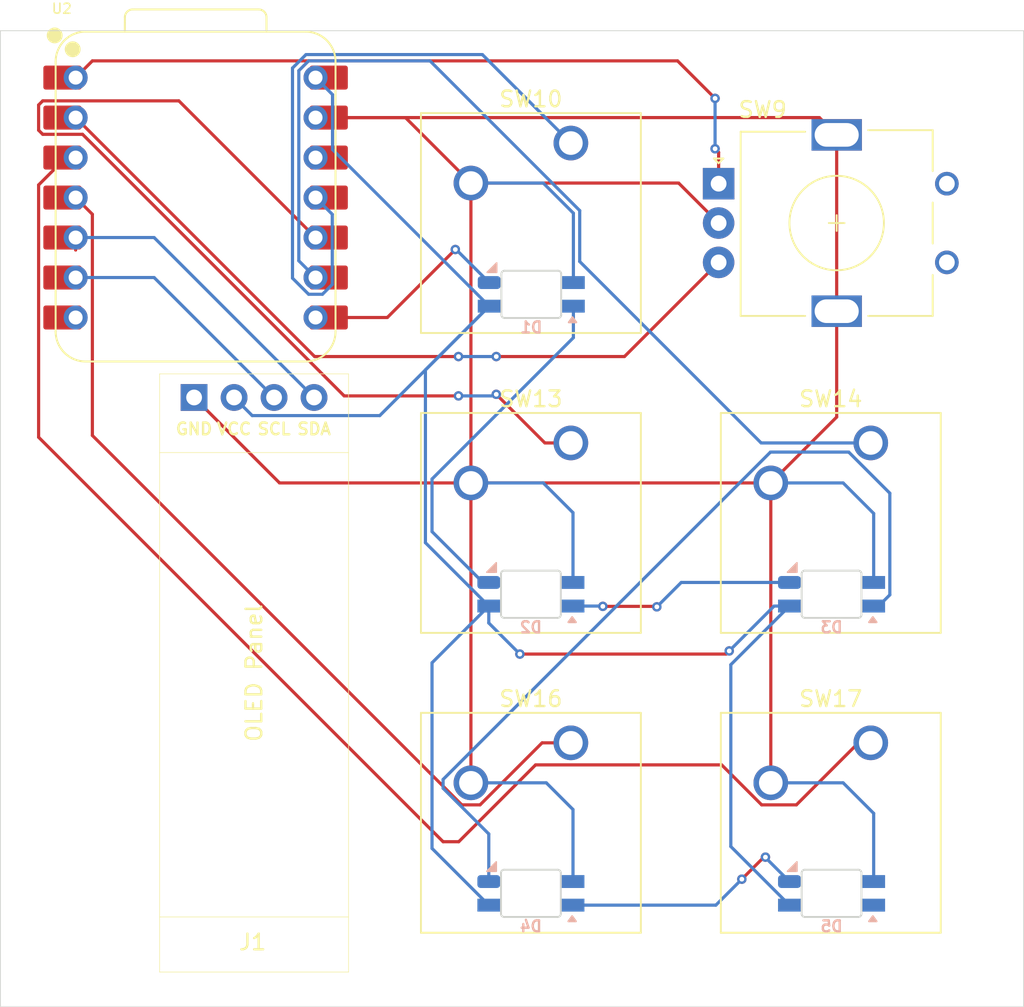
<source format=kicad_pcb>
(kicad_pcb (version 20241229) (generator "pcbnew") (generator_version "9.0")
  (layers (0 "F.Cu" signal) (2 "B.Cu" signal) (13 "F.Paste" user) (15 "B.Paste" user) (5 "F.SilkS" user "F.Silkscreen") (7 "B.SilkS" user "B.Silkscreen") (1 "F.Mask" user) (3 "B.Mask" user) (25 "Edge.Cuts" user))
  (net 0 "")
  (net 1 "SK6812MINI")
  (net 2 "+5V")
  (net 3 "Net-(D1-DOUT)")
  (net 4 "GND")
  (net 5 "Net-(D2-DOUT)")
  (net 6 "Net-(D3-DOUT)")
  (net 7 "Net-(D4-DOUT)")
  (net 8 "SCL")
  (net 9 "SDA")
  (net 10 "POT_ANALOG_1")
  (net 11 "POT_ANALOG_2")
  (net 12 "POT_BUTTON")
  (net 15 "Net-(U2-GPIO3{slash}MOSI)")
  (net 16 "Net-(U2-GPIO4{slash}MISO)")
  (net 17 "Net-(U2-GPIO2{slash}SCK)")
  (net 18 "Net-(U2-GPIO29{slash}ADC3{slash}A3)")
  (net 19 "Net-(U2-GPIO28{slash}ADC2{slash}A2)")
  (footprint "Button_Switch_Keyboard:SW_Cherry_MX_1.00u_PCB" (layer "F.Cu") (at 173.99 106.83875)
    (property "Reference" "SW17" (at -2.54 -2.794 0) (layer "F.SilkS"))
    (property "Value" "SW_Push_45deg")
    (fp_line (start -9.525 -1.905) (end 4.445 -1.905) (stroke (width 0.12)) (layer "F.SilkS"))
    (fp_line (start -9.525 12.065) (end -9.525 -1.905) (stroke (width 0.12)) (layer "F.SilkS"))
    (fp_line (start 4.445 -1.905) (end 4.445 12.065) (stroke (width 0.12)) (layer "F.SilkS"))
    (fp_line (start 4.445 12.065) (end -9.525 12.065) (stroke (width 0.12)) (layer "F.SilkS"))
    (pad "" np_thru_hole circle (at -7.62 5.08) (size 1.7 1.7) (drill 1.7) (layers "*.Cu" "*.Mask"))
    (pad "" np_thru_hole circle (at -2.54 5.08) (size 4 4) (drill 4) (layers "*.Cu" "*.Mask"))
    (pad "" np_thru_hole circle (at 2.54 5.08) (size 1.7 1.7) (drill 1.7) (layers "*.Cu" "*.Mask"))
    (pad "1" thru_hole circle (at 0 0) (size 2.2 2.2) (drill 1.5) (layers "*.Cu" "*.Mask") (net 19 "Net-(U2-GPIO28{slash}ADC2{slash}A2)"))
    (pad "2" thru_hole circle (at -6.35 2.54) (size 2.2 2.2) (drill 1.5) (layers "*.Cu" "*.Mask") (net 4 "GND"))
  )
  (footprint "OPL:XIAO-RP2040-DIP" (layer "F.Cu") (at 131.1 72.2)
    (property "Reference" "U2" (at -8.5 -12 0) (layer "F.SilkS") (effects (font (size 0.635 0.635) (thickness 0.1016))))
    (property "Value" "XIAO-RP2040-DIP")
    (fp_line (start -8.89 8.509) (end -8.89 -8.636) (stroke (width 0.127)) (layer "F.SilkS"))
    (fp_line (start -6.985 10.414) (end 6.985 10.414) (stroke (width 0.127)) (layer "F.SilkS"))
    (fp_line (start -4.495 -10.541) (end -4.491272 -11.451272) (stroke (width 0.127)) (layer "F.SilkS"))
    (fp_line (start -3.991272 -11.951) (end 4.004 -11.951) (stroke (width 0.127)) (layer "F.SilkS"))
    (fp_line (start 4.504 -11.451) (end 4.504 -10.541) (stroke (width 0.127)) (layer "F.SilkS"))
    (fp_line (start 6.985 -10.541) (end -6.985 -10.541) (stroke (width 0.1)) (layer "F.SilkS"))
    (fp_line (start 6.985 -10.541) (end -6.985 -10.541) (stroke (width 0.127)) (layer "F.SilkS"))
    (fp_line (start 8.89 8.509) (end 8.89 -8.636) (stroke (width 0.127)) (layer "F.SilkS"))
    (fp_arc (start -8.89 -8.636) (mid -8.332038 -9.983038) (end -6.985 -10.541) (stroke (width 0.127)) (layer "F.SilkS"))
    (fp_arc (start -6.985 10.414) (mid -8.332038 9.856038) (end -8.89 8.509) (stroke (width 0.127)) (layer "F.SilkS"))
    (fp_arc (start -4.491272 -11.451272) (mid -4.344728 -11.80464) (end -3.991272 -11.951) (stroke (width 0.127)) (layer "F.SilkS"))
    (fp_arc (start 4.004 -11.951) (mid 4.357553 -11.804553) (end 4.504 -11.451) (stroke (width 0.127)) (layer "F.SilkS"))
    (fp_arc (start 6.985 -10.541) (mid 8.332038 -9.983038) (end 8.89 -8.636) (stroke (width 0.127)) (layer "F.SilkS"))
    (fp_arc (start 8.89 8.509) (mid 8.332038 9.856038) (end 6.985 10.414) (stroke (width 0.127)) (layer "F.SilkS"))
    (fp_circle (center -8.95 -10.3) (end -8.95 -10.554) (stroke (width 0.5)) (fill yes) (layer "F.SilkS"))
    (fp_circle (center -7.807 -9.42) (end -7.807 -9.674) (stroke (width 0.5)) (fill yes) (layer "F.SilkS"))
    (pad "1" smd roundrect (at -8.455 -7.62 180) (size 2.432 1.524) (layers "F.Cu" "F.Mask") (roundrect_rratio 0.1) (net 10 "POT_ANALOG_1"))
    (pad "1" thru_hole circle (at -7.62 -7.62 180) (size 1.524 1.524) (drill 0.889) (layers "*.Cu" "*.Mask") (net 10 "POT_ANALOG_1"))
    (pad "2" smd roundrect (at -8.455 -5.08 180) (size 2.432 1.524) (layers "F.Cu" "F.Mask") (roundrect_rratio 0.1) (net 11 "POT_ANALOG_2"))
    (pad "2" thru_hole circle (at -7.62 -5.08 180) (size 1.524 1.524) (drill 0.889) (layers "*.Cu" "*.Mask") (net 11 "POT_ANALOG_2"))
    (pad "3" smd roundrect (at -8.455 -2.54 180) (size 2.432 1.524) (layers "F.Cu" "F.Mask") (roundrect_rratio 0.1) (net 19 "Net-(U2-GPIO28{slash}ADC2{slash}A2)"))
    (pad "3" thru_hole circle (at -7.62 -2.54 180) (size 1.524 1.524) (drill 0.889) (layers "*.Cu" "*.Mask") (net 19 "Net-(U2-GPIO28{slash}ADC2{slash}A2)"))
    (pad "4" smd roundrect (at -8.455 0 180) (size 2.432 1.524) (layers "F.Cu" "F.Mask") (roundrect_rratio 0.1) (net 18 "Net-(U2-GPIO29{slash}ADC3{slash}A3)"))
    (pad "4" thru_hole circle (at -7.62 0 180) (size 1.524 1.524) (drill 0.889) (layers "*.Cu" "*.Mask") (net 18 "Net-(U2-GPIO29{slash}ADC3{slash}A3)"))
    (pad "5" smd roundrect (at -8.455 2.54 180) (size 2.432 1.524) (layers "F.Cu" "F.Mask") (roundrect_rratio 0.1) (net 9 "SDA"))
    (pad "5" thru_hole circle (at -7.62 2.54 180) (size 1.524 1.524) (drill 0.889) (layers "*.Cu" "*.Mask") (net 9 "SDA"))
    (pad "6" smd roundrect (at -8.455 5.08 180) (size 2.432 1.524) (layers "F.Cu" "F.Mask") (roundrect_rratio 0.1) (net 8 "SCL"))
    (pad "6" thru_hole circle (at -7.62 5.08 180) (size 1.524 1.524) (drill 0.889) (layers "*.Cu" "*.Mask") (net 8 "SCL"))
    (pad "7" smd roundrect (at -8.455 7.62 180) (size 2.432 1.524) (layers "F.Cu" "F.Mask") (roundrect_rratio 0.1) (net 12 "POT_BUTTON"))
    (pad "7" thru_hole circle (at -7.62 7.62 180) (size 1.524 1.524) (drill 0.889) (layers "*.Cu" "*.Mask") (net 12 "POT_BUTTON"))
    (pad "8" thru_hole circle (at 7.62 7.62) (size 1.524 1.524) (drill 0.889) (layers "*.Cu" "*.Mask") (net 1 "SK6812MINI"))
    (pad "8" smd roundrect (at 8.455 7.62) (size 2.432 1.524) (layers "F.Cu" "F.Mask") (roundrect_rratio 0.1) (net 1 "SK6812MINI"))
    (pad "9" thru_hole circle (at 7.62 5.08) (size 1.524 1.524) (drill 0.889) (layers "*.Cu" "*.Mask") (net 17 "Net-(U2-GPIO2{slash}SCK)"))
    (pad "9" smd roundrect (at 8.455 5.08) (size 2.432 1.524) (layers "F.Cu" "F.Mask") (roundrect_rratio 0.1) (net 17 "Net-(U2-GPIO2{slash}SCK)"))
    (pad "10" thru_hole circle (at 7.62 2.54) (size 1.524 1.524) (drill 0.889) (layers "*.Cu" "*.Mask") (net 16 "Net-(U2-GPIO4{slash}MISO)"))
    (pad "10" smd roundrect (at 8.455 2.54) (size 2.432 1.524) (layers "F.Cu" "F.Mask") (roundrect_rratio 0.1) (net 16 "Net-(U2-GPIO4{slash}MISO)"))
    (pad "11" thru_hole circle (at 7.62 0) (size 1.524 1.524) (drill 0.889) (layers "*.Cu" "*.Mask") (net 15 "Net-(U2-GPIO3{slash}MOSI)"))
    (pad "11" smd roundrect (at 8.455 0) (size 2.432 1.524) (layers "F.Cu" "F.Mask") (roundrect_rratio 0.1) (net 15 "Net-(U2-GPIO3{slash}MOSI)"))
    (pad "12" thru_hole circle (at 7.62 -2.54) (size 1.524 1.524) (drill 0.889) (layers "*.Cu" "*.Mask"))
    (pad "12" smd roundrect (at 8.455 -2.54) (size 2.432 1.524) (layers "F.Cu" "F.Mask") (roundrect_rratio 0.1))
    (pad "13" thru_hole circle (at 7.62 -5.08) (size 1.524 1.524) (drill 0.889) (layers "*.Cu" "*.Mask") (net 4 "GND"))
    (pad "13" smd roundrect (at 8.455 -5.08) (size 2.432 1.524) (layers "F.Cu" "F.Mask") (roundrect_rratio 0.1) (net 4 "GND"))
    (pad "14" thru_hole circle (at 7.62 -7.62) (size 1.524 1.524) (drill 0.889) (layers "*.Cu" "*.Mask") (net 2 "+5V"))
    (pad "14" smd roundrect (at 8.455 -7.62) (size 2.432 1.524) (layers "F.Cu" "F.Mask") (roundrect_rratio 0.1) (net 2 "+5V"))
  )
  (footprint "Button_Switch_Keyboard:SW_Cherry_MX_1.00u_PCB" (layer "F.Cu") (at 154.94 106.83875)
    (property "Reference" "SW16" (at -2.54 -2.794 0) (layer "F.SilkS"))
    (property "Value" "SW_Push_45deg")
    (fp_line (start -9.525 -1.905) (end 4.445 -1.905) (stroke (width 0.12)) (layer "F.SilkS"))
    (fp_line (start -9.525 12.065) (end -9.525 -1.905) (stroke (width 0.12)) (layer "F.SilkS"))
    (fp_line (start 4.445 -1.905) (end 4.445 12.065) (stroke (width 0.12)) (layer "F.SilkS"))
    (fp_line (start 4.445 12.065) (end -9.525 12.065) (stroke (width 0.12)) (layer "F.SilkS"))
    (pad "" np_thru_hole circle (at -7.62 5.08) (size 1.7 1.7) (drill 1.7) (layers "*.Cu" "*.Mask"))
    (pad "" np_thru_hole circle (at -2.54 5.08) (size 4 4) (drill 4) (layers "*.Cu" "*.Mask"))
    (pad "" np_thru_hole circle (at 2.54 5.08) (size 1.7 1.7) (drill 1.7) (layers "*.Cu" "*.Mask"))
    (pad "1" thru_hole circle (at 0 0) (size 2.2 2.2) (drill 1.5) (layers "*.Cu" "*.Mask") (net 18 "Net-(U2-GPIO29{slash}ADC3{slash}A3)"))
    (pad "2" thru_hole circle (at -6.35 2.54) (size 2.2 2.2) (drill 1.5) (layers "*.Cu" "*.Mask") (net 4 "GND"))
  )
  (footprint "Rotary-Encoder:RotaryEncoder_Alps_EC11E_Vertical_H20mm" (layer "F.Cu") (at 164.325 71.31875)
    (property "Reference" "SW9" (at 2.8 -4.7 0) (layer "F.SilkS"))
    (property "Value" "RotaryEncoder_Switch_MP")
    (fp_line (start -0.3 -1.6) (end 0.3 -1.6) (stroke (width 0.12)) (layer "F.SilkS"))
    (fp_line (start 0 -1.3) (end -0.3 -1.6) (stroke (width 0.12)) (layer "F.SilkS"))
    (fp_line (start 0.3 -1.6) (end 0 -1.3) (stroke (width 0.12)) (layer "F.SilkS"))
    (fp_line (start 1.4 -3.3) (end 1.4 8.4) (stroke (width 0.12)) (layer "F.SilkS"))
    (fp_line (start 5.5 -3.3) (end 1.4 -3.3) (stroke (width 0.12)) (layer "F.SilkS"))
    (fp_line (start 5.5 8.4) (end 1.4 8.4) (stroke (width 0.12)) (layer "F.SilkS"))
    (fp_line (start 7 2.5) (end 8 2.5) (stroke (width 0.12)) (layer "F.SilkS"))
    (fp_line (start 7.5 2) (end 7.5 3) (stroke (width 0.12)) (layer "F.SilkS"))
    (fp_line (start 9.5 -3.4) (end 13.6 -3.4) (stroke (width 0.12)) (layer "F.SilkS"))
    (fp_line (start 13.6 -3.4) (end 13.6 -0.8) (stroke (width 0.12)) (layer "F.SilkS"))
    (fp_line (start 13.6 1.2) (end 13.6 3.8) (stroke (width 0.12)) (layer "F.SilkS"))
    (fp_line (start 13.6 5.8) (end 13.6 8.4) (stroke (width 0.12)) (layer "F.SilkS"))
    (fp_line (start 13.6 8.4) (end 9.5 8.4) (stroke (width 0.12)) (layer "F.SilkS"))
    (fp_circle (center 7.5 2.5) (end 10.5 2.5) (stroke (width 0.12)) (fill no) (layer "F.SilkS"))
    (pad "" thru_hole circle (at 14.5 0) (size 1.5 1.5) (drill 1) (layers "*.Cu" "*.Mask"))
    (pad "" thru_hole circle (at 14.5 5) (size 1.5 1.5) (drill 1) (layers "*.Cu" "*.Mask"))
    (pad "A" thru_hole rect (at 0 0) (size 2 2) (drill 1) (layers "*.Cu" "*.Mask") (net 10 "POT_ANALOG_1"))
    (pad "B" thru_hole circle (at 0 5) (size 2 2) (drill 1) (layers "*.Cu" "*.Mask") (net 11 "POT_ANALOG_2"))
    (pad "C" thru_hole circle (at 0 2.5) (size 2 2) (drill 1) (layers "*.Cu" "*.Mask") (net 4 "GND"))
    (pad "MP" thru_hole rect (at 7.5 -3.1) (size 3.2 2) (drill oval 2.8 1.5) (layers "*.Cu" "*.Mask") (net 4 "GND"))
    (pad "MP" thru_hole rect (at 7.5 8.1) (size 3.2 2) (drill oval 2.8 1.5) (layers "*.Cu" "*.Mask") (net 4 "GND"))
  )
  (footprint "Button_Switch_Keyboard:SW_Cherry_MX_1.00u_PCB" (layer "F.Cu") (at 154.94 87.78875)
    (property "Reference" "SW13" (at -2.54 -2.794 0) (layer "F.SilkS"))
    (property "Value" "SW_Push_45deg")
    (fp_line (start -9.525 -1.905) (end 4.445 -1.905) (stroke (width 0.12)) (layer "F.SilkS"))
    (fp_line (start -9.525 12.065) (end -9.525 -1.905) (stroke (width 0.12)) (layer "F.SilkS"))
    (fp_line (start 4.445 -1.905) (end 4.445 12.065) (stroke (width 0.12)) (layer "F.SilkS"))
    (fp_line (start 4.445 12.065) (end -9.525 12.065) (stroke (width 0.12)) (layer "F.SilkS"))
    (pad "" np_thru_hole circle (at -7.62 5.08) (size 1.7 1.7) (drill 1.7) (layers "*.Cu" "*.Mask"))
    (pad "" np_thru_hole circle (at -2.54 5.08) (size 4 4) (drill 4) (layers "*.Cu" "*.Mask"))
    (pad "" np_thru_hole circle (at 2.54 5.08) (size 1.7 1.7) (drill 1.7) (layers "*.Cu" "*.Mask"))
    (pad "1" thru_hole circle (at 0 0) (size 2.2 2.2) (drill 1.5) (layers "*.Cu" "*.Mask") (net 16 "Net-(U2-GPIO4{slash}MISO)"))
    (pad "2" thru_hole circle (at -6.35 2.54) (size 2.2 2.2) (drill 1.5) (layers "*.Cu" "*.Mask") (net 4 "GND"))
  )
  (footprint "Button_Switch_Keyboard:SW_Cherry_MX_1.00u_PCB" (layer "F.Cu") (at 154.94 68.73875)
    (property "Reference" "SW10" (at -2.54 -2.794 0) (layer "F.SilkS"))
    (property "Value" "SW_Push_45deg")
    (fp_line (start -9.525 -1.905) (end 4.445 -1.905) (stroke (width 0.12)) (layer "F.SilkS"))
    (fp_line (start -9.525 12.065) (end -9.525 -1.905) (stroke (width 0.12)) (layer "F.SilkS"))
    (fp_line (start 4.445 -1.905) (end 4.445 12.065) (stroke (width 0.12)) (layer "F.SilkS"))
    (fp_line (start 4.445 12.065) (end -9.525 12.065) (stroke (width 0.12)) (layer "F.SilkS"))
    (pad "" np_thru_hole circle (at -7.62 5.08) (size 1.7 1.7) (drill 1.7) (layers "*.Cu" "*.Mask"))
    (pad "" np_thru_hole circle (at -2.54 5.08) (size 4 4) (drill 4) (layers "*.Cu" "*.Mask"))
    (pad "" np_thru_hole circle (at 2.54 5.08) (size 1.7 1.7) (drill 1.7) (layers "*.Cu" "*.Mask"))
    (pad "1" thru_hole circle (at 0 0) (size 2.2 2.2) (drill 1.5) (layers "*.Cu" "*.Mask") (net 15 "Net-(U2-GPIO3{slash}MOSI)"))
    (pad "2" thru_hole circle (at -6.35 2.54) (size 2.2 2.2) (drill 1.5) (layers "*.Cu" "*.Mask") (net 4 "GND"))
  )
  (footprint "oled:SSD1306-0.91-OLED-4pin-128x32" (layer "F.Cu") (at 128.815 121.4 90)
    (property "Reference" "J1" (at 1.9 5.91 0) (layer "F.SilkS"))
    (property "Value" "OLED_128x32")
    (fp_line (start 38 0) (end 0 0) (stroke (width 0.04)) (layer "F.SilkS"))
    (fp_line (start 33 0) (end 33 12) (stroke (width 0.04)) (layer "F.SilkS"))
    (fp_line (start 3.5 0) (end 3.5 12) (stroke (width 0.04)) (layer "F.SilkS"))
    (fp_line (start 0 0) (end 0 12) (stroke (width 0.04)) (layer "F.SilkS"))
    (fp_line (start 38 12) (end 38 0) (stroke (width 0.04)) (layer "F.SilkS"))
    (fp_line (start 0 12) (end 38 12) (stroke (width 0.04)) (layer "F.SilkS"))
    (fp_text user "GND" (at 34.5 2.19 0) (layer "F.SilkS") (effects (font (size 0.75 0.75))))
    (fp_text user "VCC" (at 34.5 4.73 0) (layer "F.SilkS") (effects (font (size 0.75 0.75))))
    (fp_text user "SDA" (at 34.5 9.81 0) (layer "F.SilkS") (effects (font (size 0.75 0.75))))
    (fp_text user "OLED Panel" (at 19 6 90) (layer "F.SilkS"))
    (fp_text user "SCL" (at 34.5 7.27 0) (layer "F.SilkS") (effects (font (size 0.75 0.75))))
    (pad "1" thru_hole rect (at 36.5 2.19 90) (size 1.7 1.7) (drill 1) (layers "*.Cu" "*.Mask") (net 4 "GND"))
    (pad "2" thru_hole oval (at 36.5 4.73 90) (size 1.7 1.7) (drill 1) (layers "*.Cu" "*.Mask") (net 2 "+5V"))
    (pad "3" thru_hole oval (at 36.5 7.27 90) (size 1.7 1.7) (drill 1) (layers "*.Cu" "*.Mask") (net 8 "SCL"))
    (pad "4" thru_hole oval (at 36.5 9.81 90) (size 1.7 1.7) (drill 1) (layers "*.Cu" "*.Mask") (net 9 "SDA"))
  )
  (footprint "Button_Switch_Keyboard:SW_Cherry_MX_1.00u_PCB" (layer "F.Cu") (at 173.99 87.78875)
    (property "Reference" "SW14" (at -2.54 -2.794 0) (layer "F.SilkS"))
    (property "Value" "SW_Push_45deg")
    (fp_line (start -9.525 -1.905) (end 4.445 -1.905) (stroke (width 0.12)) (layer "F.SilkS"))
    (fp_line (start -9.525 12.065) (end -9.525 -1.905) (stroke (width 0.12)) (layer "F.SilkS"))
    (fp_line (start 4.445 -1.905) (end 4.445 12.065) (stroke (width 0.12)) (layer "F.SilkS"))
    (fp_line (start 4.445 12.065) (end -9.525 12.065) (stroke (width 0.12)) (layer "F.SilkS"))
    (pad "" np_thru_hole circle (at -7.62 5.08) (size 1.7 1.7) (drill 1.7) (layers "*.Cu" "*.Mask"))
    (pad "" np_thru_hole circle (at -2.54 5.08) (size 4 4) (drill 4) (layers "*.Cu" "*.Mask"))
    (pad "" np_thru_hole circle (at 2.54 5.08) (size 1.7 1.7) (drill 1.7) (layers "*.Cu" "*.Mask"))
    (pad "1" thru_hole circle (at 0 0) (size 2.2 2.2) (drill 1.5) (layers "*.Cu" "*.Mask") (net 17 "Net-(U2-GPIO2{slash}SCK)"))
    (pad "2" thru_hole circle (at -6.35 2.54) (size 2.2 2.2) (drill 1.5) (layers "*.Cu" "*.Mask") (net 4 "GND"))
  )
  (footprint "reverse_led:SK6812-MINI-E" (layer "B.Cu") (at 152.425 78.35 180)
    (property "Reference" "D1" (at 0 -2.1 0) (layer "B.SilkS") (effects (font (size 0.7 0.7)) (justify mirror)))
    (property "Value" "SK6812MINI" (hide yes))
    (fp_poly (pts (xy 2.8 1.4) (xy 2.2 1.4) (xy 2.2 2)) (stroke (width 0.1)) (fill yes) (layer "B.SilkS"))
    (fp_poly (pts (xy -2.62 -1.448) (xy -2.38 -1.778) (xy -2.86 -1.778) (xy -2.62 -1.448)) (stroke (width 0.12)) (fill yes) (layer "B.SilkS"))
    (fp_line (start 1.9 1.3) (end 1.9 -1.3) (stroke (width 0.12)) (layer "Edge.Cuts"))
    (fp_line (start 1.7 -1.5) (end -1.7 -1.5) (stroke (width 0.12)) (layer "Edge.Cuts"))
    (fp_line (start -1.7 1.5) (end 1.7 1.5) (stroke (width 0.12)) (layer "Edge.Cuts"))
    (fp_line (start -1.9 -1.3) (end -1.9 1.3) (stroke (width 0.12)) (layer "Edge.Cuts"))
    (fp_arc (start 1.9 1.3) (mid 1.841421 1.441421) (end 1.7 1.5) (stroke (width 0.12)) (layer "Edge.Cuts"))
    (fp_arc (start 1.7 -1.5) (mid 1.841421 -1.441421) (end 1.9 -1.3) (stroke (width 0.12)) (layer "Edge.Cuts"))
    (fp_arc (start -1.7 1.5) (mid -1.841421 1.441421) (end -1.9 1.3) (stroke (width 0.12)) (layer "Edge.Cuts"))
    (fp_arc (start -1.9 -1.3) (mid -1.841421 -1.441421) (end -1.7 -1.5) (stroke (width 0.12)) (layer "Edge.Cuts"))
    (pad "1" smd rect (at -2.675 -0.75 180) (size 1.45 0.82) (layers "B.Cu" "B.Mask" "B.Paste") (net 3 "Net-(D1-DOUT)"))
    (pad "2" smd rect (at -2.675 0.75 180) (size 1.45 0.82) (layers "B.Cu" "B.Mask" "B.Paste") (net 4 "GND"))
    (pad "3" smd roundrect (at 2.675 0.75 180) (size 1.45 0.82) (layers "B.Cu" "B.Mask" "B.Paste") (net 1 "SK6812MINI"))
    (pad "4" smd rect (at 2.675 -0.75 180) (size 1.45 0.82) (layers "B.Cu" "B.Mask" "B.Paste") (net 2 "+5V"))
  )
  (footprint "reverse_led:SK6812-MINI-E" (layer "B.Cu") (at 152.4 97.4 180)
    (property "Reference" "D2" (at 0 -2.1 0) (layer "B.SilkS") (effects (font (size 0.7 0.7)) (justify mirror)))
    (property "Value" "SK6812MINI" (hide yes))
    (fp_poly (pts (xy 2.8 1.4) (xy 2.2 1.4) (xy 2.2 2)) (stroke (width 0.1)) (fill yes) (layer "B.SilkS"))
    (fp_poly (pts (xy -2.62 -1.448) (xy -2.38 -1.778) (xy -2.86 -1.778) (xy -2.62 -1.448)) (stroke (width 0.12)) (fill yes) (layer "B.SilkS"))
    (fp_line (start 1.9 1.3) (end 1.9 -1.3) (stroke (width 0.12)) (layer "Edge.Cuts"))
    (fp_line (start 1.7 -1.5) (end -1.7 -1.5) (stroke (width 0.12)) (layer "Edge.Cuts"))
    (fp_line (start -1.7 1.5) (end 1.7 1.5) (stroke (width 0.12)) (layer "Edge.Cuts"))
    (fp_line (start -1.9 -1.3) (end -1.9 1.3) (stroke (width 0.12)) (layer "Edge.Cuts"))
    (fp_arc (start 1.9 1.3) (mid 1.841421 1.441421) (end 1.7 1.5) (stroke (width 0.12)) (layer "Edge.Cuts"))
    (fp_arc (start 1.7 -1.5) (mid 1.841421 -1.441421) (end 1.9 -1.3) (stroke (width 0.12)) (layer "Edge.Cuts"))
    (fp_arc (start -1.7 1.5) (mid -1.841421 1.441421) (end -1.9 1.3) (stroke (width 0.12)) (layer "Edge.Cuts"))
    (fp_arc (start -1.9 -1.3) (mid -1.841421 -1.441421) (end -1.7 -1.5) (stroke (width 0.12)) (layer "Edge.Cuts"))
    (pad "1" smd rect (at -2.675 -0.75 180) (size 1.45 0.82) (layers "B.Cu" "B.Mask" "B.Paste") (net 5 "Net-(D2-DOUT)"))
    (pad "2" smd rect (at -2.675 0.75 180) (size 1.45 0.82) (layers "B.Cu" "B.Mask" "B.Paste") (net 4 "GND"))
    (pad "3" smd roundrect (at 2.675 0.75 180) (size 1.45 0.82) (layers "B.Cu" "B.Mask" "B.Paste") (net 3 "Net-(D1-DOUT)"))
    (pad "4" smd rect (at 2.675 -0.75 180) (size 1.45 0.82) (layers "B.Cu" "B.Mask" "B.Paste") (net 2 "+5V"))
  )
  (footprint "reverse_led:SK6812-MINI-E" (layer "B.Cu") (at 171.5 116.4 180)
    (property "Reference" "D5" (at 0 -2.1 0) (layer "B.SilkS") (effects (font (size 0.7 0.7)) (justify mirror)))
    (property "Value" "SK6812MINI" (hide yes))
    (fp_poly (pts (xy 2.8 1.4) (xy 2.2 1.4) (xy 2.2 2)) (stroke (width 0.1)) (fill yes) (layer "B.SilkS"))
    (fp_poly (pts (xy -2.62 -1.448) (xy -2.38 -1.778) (xy -2.86 -1.778) (xy -2.62 -1.448)) (stroke (width 0.12)) (fill yes) (layer "B.SilkS"))
    (fp_line (start 1.9 1.3) (end 1.9 -1.3) (stroke (width 0.12)) (layer "Edge.Cuts"))
    (fp_line (start 1.7 -1.5) (end -1.7 -1.5) (stroke (width 0.12)) (layer "Edge.Cuts"))
    (fp_line (start -1.7 1.5) (end 1.7 1.5) (stroke (width 0.12)) (layer "Edge.Cuts"))
    (fp_line (start -1.9 -1.3) (end -1.9 1.3) (stroke (width 0.12)) (layer "Edge.Cuts"))
    (fp_arc (start 1.9 1.3) (mid 1.841421 1.441421) (end 1.7 1.5) (stroke (width 0.12)) (layer "Edge.Cuts"))
    (fp_arc (start 1.7 -1.5) (mid 1.841421 -1.441421) (end 1.9 -1.3) (stroke (width 0.12)) (layer "Edge.Cuts"))
    (fp_arc (start -1.7 1.5) (mid -1.841421 1.441421) (end -1.9 1.3) (stroke (width 0.12)) (layer "Edge.Cuts"))
    (fp_arc (start -1.9 -1.3) (mid -1.841421 -1.441421) (end -1.7 -1.5) (stroke (width 0.12)) (layer "Edge.Cuts"))
    (pad "1" smd rect (at -2.675 -0.75 180) (size 1.45 0.82) (layers "B.Cu" "B.Mask" "B.Paste"))
    (pad "2" smd rect (at -2.675 0.75 180) (size 1.45 0.82) (layers "B.Cu" "B.Mask" "B.Paste") (net 4 "GND"))
    (pad "3" smd roundrect (at 2.675 0.75 180) (size 1.45 0.82) (layers "B.Cu" "B.Mask" "B.Paste") (net 7 "Net-(D4-DOUT)"))
    (pad "4" smd rect (at 2.675 -0.75 180) (size 1.45 0.82) (layers "B.Cu" "B.Mask" "B.Paste") (net 2 "+5V"))
  )
  (footprint "reverse_led:SK6812-MINI-E" (layer "B.Cu") (at 152.4 116.4 180)
    (property "Reference" "D4" (at 0 -2.1 0) (layer "B.SilkS") (effects (font (size 0.7 0.7)) (justify mirror)))
    (property "Value" "SK6812MINI" (hide yes))
    (fp_poly (pts (xy 2.8 1.4) (xy 2.2 1.4) (xy 2.2 2)) (stroke (width 0.1)) (fill yes) (layer "B.SilkS"))
    (fp_poly (pts (xy -2.62 -1.448) (xy -2.38 -1.778) (xy -2.86 -1.778) (xy -2.62 -1.448)) (stroke (width 0.12)) (fill yes) (layer "B.SilkS"))
    (fp_line (start 1.9 1.3) (end 1.9 -1.3) (stroke (width 0.12)) (layer "Edge.Cuts"))
    (fp_line (start 1.7 -1.5) (end -1.7 -1.5) (stroke (width 0.12)) (layer "Edge.Cuts"))
    (fp_line (start -1.7 1.5) (end 1.7 1.5) (stroke (width 0.12)) (layer "Edge.Cuts"))
    (fp_line (start -1.9 -1.3) (end -1.9 1.3) (stroke (width 0.12)) (layer "Edge.Cuts"))
    (fp_arc (start 1.9 1.3) (mid 1.841421 1.441421) (end 1.7 1.5) (stroke (width 0.12)) (layer "Edge.Cuts"))
    (fp_arc (start 1.7 -1.5) (mid 1.841421 -1.441421) (end 1.9 -1.3) (stroke (width 0.12)) (layer "Edge.Cuts"))
    (fp_arc (start -1.7 1.5) (mid -1.841421 1.441421) (end -1.9 1.3) (stroke (width 0.12)) (layer "Edge.Cuts"))
    (fp_arc (start -1.9 -1.3) (mid -1.841421 -1.441421) (end -1.7 -1.5) (stroke (width 0.12)) (layer "Edge.Cuts"))
    (pad "1" smd rect (at -2.675 -0.75 180) (size 1.45 0.82) (layers "B.Cu" "B.Mask" "B.Paste") (net 7 "Net-(D4-DOUT)"))
    (pad "2" smd rect (at -2.675 0.75 180) (size 1.45 0.82) (layers "B.Cu" "B.Mask" "B.Paste") (net 4 "GND"))
    (pad "3" smd roundrect (at 2.675 0.75 180) (size 1.45 0.82) (layers "B.Cu" "B.Mask" "B.Paste") (net 6 "Net-(D3-DOUT)"))
    (pad "4" smd rect (at 2.675 -0.75 180) (size 1.45 0.82) (layers "B.Cu" "B.Mask" "B.Paste") (net 2 "+5V"))
  )
  (footprint "reverse_led:SK6812-MINI-E" (layer "B.Cu") (at 171.5 97.4 180)
    (property "Reference" "D3" (at 0 -2.1 0) (layer "B.SilkS") (effects (font (size 0.7 0.7)) (justify mirror)))
    (property "Value" "SK6812MINI" (hide yes))
    (fp_poly (pts (xy 2.8 1.4) (xy 2.2 1.4) (xy 2.2 2)) (stroke (width 0.1)) (fill yes) (layer "B.SilkS"))
    (fp_poly (pts (xy -2.62 -1.448) (xy -2.38 -1.778) (xy -2.86 -1.778) (xy -2.62 -1.448)) (stroke (width 0.12)) (fill yes) (layer "B.SilkS"))
    (fp_line (start 1.9 1.3) (end 1.9 -1.3) (stroke (width 0.12)) (layer "Edge.Cuts"))
    (fp_line (start 1.7 -1.5) (end -1.7 -1.5) (stroke (width 0.12)) (layer "Edge.Cuts"))
    (fp_line (start -1.7 1.5) (end 1.7 1.5) (stroke (width 0.12)) (layer "Edge.Cuts"))
    (fp_line (start -1.9 -1.3) (end -1.9 1.3) (stroke (width 0.12)) (layer "Edge.Cuts"))
    (fp_arc (start 1.9 1.3) (mid 1.841421 1.441421) (end 1.7 1.5) (stroke (width 0.12)) (layer "Edge.Cuts"))
    (fp_arc (start 1.7 -1.5) (mid 1.841421 -1.441421) (end 1.9 -1.3) (stroke (width 0.12)) (layer "Edge.Cuts"))
    (fp_arc (start -1.7 1.5) (mid -1.841421 1.441421) (end -1.9 1.3) (stroke (width 0.12)) (layer "Edge.Cuts"))
    (fp_arc (start -1.9 -1.3) (mid -1.841421 -1.441421) (end -1.7 -1.5) (stroke (width 0.12)) (layer "Edge.Cuts"))
    (pad "1" smd rect (at -2.675 -0.75 180) (size 1.45 0.82) (layers "B.Cu" "B.Mask" "B.Paste") (net 6 "Net-(D3-DOUT)"))
    (pad "2" smd rect (at -2.675 0.75 180) (size 1.45 0.82) (layers "B.Cu" "B.Mask" "B.Paste") (net 4 "GND"))
    (pad "3" smd roundrect (at 2.675 0.75 180) (size 1.45 0.82) (layers "B.Cu" "B.Mask" "B.Paste") (net 5 "Net-(D2-DOUT)"))
    (pad "4" smd rect (at 2.675 -0.75 180) (size 1.45 0.82) (layers "B.Cu" "B.Mask" "B.Paste") (net 2 "+5V"))
  )
  (gr_rect (start 118.7 61.6) (end 183.7 123.6) (stroke (width 0.05)) (fill no) (layer "Edge.Cuts"))
  (segment (start 143.28 79.82) (end 139.555 79.82) (width 0.2) (layer "F.Cu") (net 1))
  (segment (start 147.6 75.5) (end 143.28 79.82) (width 0.2) (layer "F.Cu") (net 1))
  (via (at 147.6 75.5) (size 0.6) (drill 0.3) (layers "F.Cu" "B.Cu") (net 1))
  (segment (start 149.75 77.6) (end 147.65 75.5) (width 0.2) (layer "B.Cu") (net 1))
  (segment (start 147.65 75.5) (end 147.6 75.5) (width 0.2) (layer "B.Cu") (net 1))
  (segment (start 164.8 101.2) (end 165 101) (width 0.2) (layer "F.Cu") (net 2))
  (segment (start 151.7 101.2) (end 164.8 101.2) (width 0.2) (layer "F.Cu") (net 2))
  (via (at 151.7 101.2) (size 0.6) (drill 0.3) (layers "F.Cu" "B.Cu") (net 2))
  (via (at 165 101) (size 0.6) (drill 0.3) (layers "F.Cu" "B.Cu") (net 2))
  (segment (start 167.85 98.15) (end 168.825 98.15) (width 0.2) (layer "B.Cu") (net 2))
  (segment (start 146.119 113.544) (end 149.725 117.15) (width 0.2) (layer "B.Cu") (net 2))
  (segment (start 142.799 86.051) (end 149.75 79.1) (width 0.2) (layer "B.Cu") (net 2))
  (segment (start 165.1 113.425) (end 168.825 117.15) (width 0.2) (layer "B.Cu") (net 2))
  (segment (start 139.79763 65.65763) (end 139.79763 69.14763) (width 0.2) (layer "B.Cu") (net 2))
  (segment (start 165 101) (end 167.85 98.15) (width 0.2) (layer "B.Cu") (net 2))
  (segment (start 149.725 99.225) (end 151.7 101.2) (width 0.2) (layer "B.Cu") (net 2))
  (segment (start 134.696 86.051) (end 142.799 86.051) (width 0.2) (layer "B.Cu") (net 2))
  (segment (start 149.725 98.15) (end 149.725 99.225) (width 0.2) (layer "B.Cu") (net 2))
  (segment (start 146.119 101.756) (end 146.119 113.544) (width 0.2) (layer "B.Cu") (net 2))
  (segment (start 149.725 98.15) (end 146.119 101.756) (width 0.2) (layer "B.Cu") (net 2))
  (segment (start 145.7 94.125) (end 149.725 98.15) (width 0.2) (layer "B.Cu") (net 2))
  (segment (start 139.79763 69.14763) (end 149.75 79.1) (width 0.2) (layer "B.Cu") (net 2))
  (segment (start 145.7 83.15) (end 145.7 94.125) (width 0.2) (layer "B.Cu") (net 2))
  (segment (start 133.545 84.9) (end 134.696 86.051) (width 0.2) (layer "B.Cu") (net 2))
  (segment (start 165.1 101.875) (end 165.1 113.425) (width 0.2) (layer "B.Cu") (net 2))
  (segment (start 149.75 79.1) (end 145.7 83.15) (width 0.2) (layer "B.Cu") (net 2))
  (segment (start 168.825 98.15) (end 165.1 101.875) (width 0.2) (layer "B.Cu") (net 2))
  (segment (start 138.72 64.58) (end 139.79763 65.65763) (width 0.2) (layer "B.Cu") (net 2))
  (segment (start 155.1 81.1) (end 146.119 90.081) (width 0.2) (layer "B.Cu") (net 3))
  (segment (start 146.119 93.42) (end 149.349 96.65) (width 0.2) (layer "B.Cu") (net 3))
  (segment (start 149.349 96.65) (end 149.725 96.65) (width 0.2) (layer "B.Cu") (net 3))
  (segment (start 155.1 79.1) (end 155.1 81.1) (width 0.2) (layer "B.Cu") (net 3))
  (segment (start 146.119 90.081) (end 146.119 93.42) (width 0.2) (layer "B.Cu") (net 3))
  (segment (start 167.64 90.32875) (end 167.64 109.37875) (width 0.2) (layer "F.Cu") (net 4))
  (segment (start 148.59 71.27875) (end 161.785 71.27875) (width 0.2) (layer "F.Cu") (net 4))
  (segment (start 148.59 71.27875) (end 148.59 90.32875) (width 0.2) (layer "F.Cu") (net 4))
  (segment (start 144.43125 67.12) (end 148.59 71.27875) (width 0.2) (layer "F.Cu") (net 4))
  (segment (start 136.43375 90.32875) (end 131.005 84.9) (width 0.2) (layer "F.Cu") (net 4))
  (segment (start 161.785 71.27875) (end 164.325 73.81875) (width 0.2) (layer "F.Cu") (net 4))
  (segment (start 138.72 67.12) (end 144.43125 67.12) (width 0.2) (layer "F.Cu") (net 4))
  (segment (start 171.825 79.41875) (end 171.825 86.14375) (width 0.2) (layer "F.Cu") (net 4))
  (segment (start 170.72625 67.12) (end 171.825 68.21875) (width 0.2) (layer "F.Cu") (net 4))
  (segment (start 139.555 67.12) (end 170.72625 67.12) (width 0.2) (layer "F.Cu") (net 4))
  (segment (start 148.59 90.32875) (end 136.43375 90.32875) (width 0.2) (layer "F.Cu") (net 4))
  (segment (start 171.825 68.21875) (end 171.825 79.41875) (width 0.2) (layer "F.Cu") (net 4))
  (segment (start 171.825 86.14375) (end 167.64 90.32875) (width 0.2) (layer "F.Cu") (net 4))
  (segment (start 148.59 90.32875) (end 167.64 90.32875) (width 0.2) (layer "F.Cu") (net 4))
  (segment (start 148.59 90.32875) (end 148.59 109.37875) (width 0.2) (layer "F.Cu") (net 4))
  (segment (start 174.175 111.318934) (end 172.234816 109.37875) (width 0.2) (layer "B.Cu") (net 4))
  (segment (start 174.175 92.268934) (end 172.234816 90.32875) (width 0.2) (layer "B.Cu") (net 4))
  (segment (start 172.234816 109.37875) (end 167.64 109.37875) (width 0.2) (layer "B.Cu") (net 4))
  (segment (start 153.184816 90.32875) (end 148.59 90.32875) (width 0.2) (layer "B.Cu") (net 4))
  (segment (start 155.075 96.65) (end 155.075 92.218934) (width 0.2) (layer "B.Cu") (net 4))
  (segment (start 174.175 96.65) (end 174.175 92.268934) (width 0.2) (layer "B.Cu") (net 4))
  (segment (start 155.075 115.65) (end 155.075 111.075) (width 0.2) (layer "B.Cu") (net 4))
  (segment (start 153.184816 71.27875) (end 148.59 71.27875) (width 0.2) (layer "B.Cu") (net 4))
  (segment (start 172.234816 90.32875) (end 167.64 90.32875) (width 0.2) (layer "B.Cu") (net 4))
  (segment (start 153.37875 109.37875) (end 148.59 109.37875) (width 0.2) (layer "B.Cu") (net 4))
  (segment (start 155.075 111.075) (end 153.37875 109.37875) (width 0.2) (layer "B.Cu") (net 4))
  (segment (start 155.1 73.193934) (end 153.184816 71.27875) (width 0.2) (layer "B.Cu") (net 4))
  (segment (start 155.075 92.218934) (end 153.184816 90.32875) (width 0.2) (layer "B.Cu") (net 4))
  (segment (start 174.175 115.65) (end 174.175 111.318934) (width 0.2) (layer "B.Cu") (net 4))
  (segment (start 155.1 77.6) (end 155.1 73.193934) (width 0.2) (layer "B.Cu") (net 4))
  (segment (start 160.369453 98.169453) (end 160.4 98.2) (width 0.2) (layer "F.Cu") (net 5))
  (segment (start 156.969453 98.169453) (end 160.369453 98.169453) (width 0.2) (layer "F.Cu") (net 5))
  (via (at 156.969453 98.169453) (size 0.6) (drill 0.3) (layers "F.Cu" "B.Cu") (net 5))
  (via (at 160.4 98.2) (size 0.6) (drill 0.3) (layers "F.Cu" "B.Cu") (net 5))
  (segment (start 155.075 98.15) (end 156.95 98.15) (width 0.2) (layer "B.Cu") (net 5))
  (segment (start 160.4 98.2) (end 161.95 96.65) (width 0.2) (layer "B.Cu") (net 5))
  (segment (start 161.95 96.65) (end 168.825 96.65) (width 0.2) (layer "B.Cu") (net 5))
  (segment (start 156.95 98.15) (end 156.969453 98.169453) (width 0.2) (layer "B.Cu") (net 5))
  (segment (start 175.201 90.981064) (end 175.201 97.439) (width 0.2) (layer "B.Cu") (net 6))
  (segment (start 149.725 112.62528) (end 146.82253 109.72281) (width 0.2) (layer "B.Cu") (net 6))
  (segment (start 149.725 115.65) (end 149.725 112.62528) (width 0.2) (layer "B.Cu") (net 6))
  (segment (start 175.201 97.439) (end 174.49 98.15) (width 0.2) (layer "B.Cu") (net 6))
  (segment (start 146.82253 109.164906) (end 167.618372 88.369064) (width 0.2) (layer "B.Cu") (net 6))
  (segment (start 174.49 98.15) (end 174.175 98.15) (width 0.2) (layer "B.Cu") (net 6))
  (segment (start 167.618372 88.369064) (end 172.589 88.369064) (width 0.2) (layer "B.Cu") (net 6))
  (segment (start 146.82253 109.72281) (end 146.82253 109.164906) (width 0.2) (layer "B.Cu") (net 6))
  (segment (start 172.589 88.369064) (end 175.201 90.981064) (width 0.2) (layer "B.Cu") (net 6))
  (segment (start 167.2 114.1) (end 167.3 114.1) (width 0.2) (layer "F.Cu") (net 7))
  (segment (start 165.8 115.5) (end 167.2 114.1) (width 0.2) (layer "F.Cu") (net 7))
  (via (at 165.8 115.5) (size 0.6) (drill 0.3) (layers "F.Cu" "B.Cu") (net 7))
  (via (at 167.3 114.1) (size 0.6) (drill 0.3) (layers "F.Cu" "B.Cu") (net 7))
  (segment (start 167.3 114.125) (end 168.825 115.65) (width 0.2) (layer "B.Cu") (net 7))
  (segment (start 165.8 115.5) (end 165.9 115.4) (width 0.2) (layer "B.Cu") (net 7))
  (segment (start 155.075 117.15) (end 164.15 117.15) (width 0.2) (layer "B.Cu") (net 7))
  (segment (start 164.15 117.15) (end 165.8 115.5) (width 0.2) (layer "B.Cu") (net 7))
  (segment (start 167.3 114.1) (end 167.3 114.125) (width 0.2) (layer "B.Cu") (net 7))
  (segment (start 128.465 77.28) (end 123.48 77.28) (width 0.2) (layer "B.Cu") (net 8))
  (segment (start 136.085 84.9) (end 128.465 77.28) (width 0.2) (layer "B.Cu") (net 8))
  (segment (start 123.48 74.74) (end 123.48 75.537) (width 0.2) (layer "F.Cu") (net 9))
  (segment (start 128.465 74.74) (end 123.48 74.74) (width 0.2) (layer "B.Cu") (net 9))
  (segment (start 138.625 84.9) (end 128.465 74.74) (width 0.2) (layer "B.Cu") (net 9))
  (segment (start 164.325 69.325) (end 164.325 71.31875) (width 0.2) (layer "F.Cu") (net 10))
  (segment (start 164.1 69.1) (end 164.325 69.325) (width 0.2) (layer "F.Cu") (net 10))
  (segment (start 161.717 63.517) (end 164.1 65.9) (width 0.2) (layer "F.Cu") (net 10))
  (segment (start 123.48 64.58) (end 124.543 63.517) (width 0.2) (layer "F.Cu") (net 10))
  (segment (start 124.543 63.517) (end 161.717 63.517) (width 0.2) (layer "F.Cu") (net 10))
  (via (at 164.1 69.1) (size 0.6) (drill 0.3) (layers "F.Cu" "B.Cu") (net 10))
  (via (at 164.1 65.9) (size 0.6) (drill 0.3) (layers "F.Cu" "B.Cu") (net 10))
  (segment (start 164.1 65.9) (end 164.1 69.1) (width 0.2) (layer "B.Cu") (net 10))
  (segment (start 123.48 67.12) (end 138.66 82.3) (width 0.2) (layer "F.Cu") (net 11))
  (segment (start 158.34375 82.3) (end 164.325 76.31875) (width 0.2) (layer "F.Cu") (net 11))
  (segment (start 150.2 82.3) (end 158.34375 82.3) (width 0.2) (layer "F.Cu") (net 11))
  (segment (start 138.66 82.3) (end 147.8 82.3) (width 0.2) (layer "F.Cu") (net 11))
  (via (at 147.8 82.3) (size 0.6) (drill 0.3) (layers "F.Cu" "B.Cu") (net 11))
  (via (at 150.2 82.3) (size 0.6) (drill 0.3) (layers "F.Cu" "B.Cu") (net 11))
  (segment (start 147.8 82.3) (end 150.2 82.3) (width 0.2) (layer "B.Cu") (net 11))
  (segment (start 139.783 73.263) (end 139.783 77.72031) (width 0.2) (layer "B.Cu") (net 15))
  (segment (start 138.11359 63.116) (end 149.31725 63.116) (width 0.2) (layer "B.Cu") (net 15))
  (segment (start 137.256 77.31931) (end 137.256 63.97359) (width 0.2) (layer "B.Cu") (net 15))
  (segment (start 138.72 72.2) (end 139.783 73.263) (width 0.2) (layer "B.Cu") (net 15))
  (segment (start 139.783 77.72031) (end 139.16031 78.343) (width 0.2) (layer "B.Cu") (net 15))
  (segment (start 139.16031 78.343) (end 138.27969 78.343) (width 0.2) (layer "B.Cu") (net 15))
  (segment (start 149.31725 63.116) (end 154.94 68.73875) (width 0.2) (layer "B.Cu") (net 15))
  (segment (start 138.27969 78.343) (end 137.256 77.31931) (width 0.2) (layer "B.Cu") (net 15))
  (segment (start 137.256 63.97359) (end 138.11359 63.116) (width 0.2) (layer "B.Cu") (net 15))
  (segment (start 153.28875 87.78875) (end 154.94 87.78875) (width 0.2) (layer "F.Cu") (net 16))
  (segment (start 150.2 84.7) (end 153.28875 87.78875) (width 0.2) (layer "F.Cu") (net 16))
  (segment (start 138.72 74.74) (end 130.037 66.057) (width 0.2) (layer "F.Cu") (net 16))
  (segment (start 121.389374 66.057) (end 121.128 66.318374) (width 0.2) (layer "F.Cu") (net 16))
  (segment (start 123.92031 68.183) (end 140.53731 84.8) (width 0.2) (layer "F.Cu") (net 16))
  (segment (start 140.53731 84.8) (end 147.8 84.8) (width 0.2) (layer "F.Cu") (net 16))
  (segment (start 121.389374 68.183) (end 123.92031 68.183) (width 0.2) (layer "F.Cu") (net 16))
  (segment (start 121.128 67.921626) (end 121.389374 68.183) (width 0.2) (layer "F.Cu") (net 16))
  (segment (start 121.128 66.318374) (end 121.128 67.921626) (width 0.2) (layer "F.Cu") (net 16))
  (segment (start 130.037 66.057) (end 121.389374 66.057) (width 0.2) (layer "F.Cu") (net 16))
  (via (at 147.8 84.8) (size 0.6) (drill 0.3) (layers "F.Cu" "B.Cu") (net 16))
  (via (at 150.2 84.7) (size 0.6) (drill 0.3) (layers "F.Cu" "B.Cu") (net 16))
  (segment (start 147.8 84.8) (end 150.1 84.8) (width 0.2) (layer "B.Cu") (net 16))
  (segment (start 150.1 84.8) (end 150.2 84.7) (width 0.2) (layer "B.Cu") (net 16))
  (segment (start 155.501 76.264) (end 155.501 73.027834) (width 0.2) (layer "B.Cu") (net 17))
  (segment (start 137.657 64.13969) (end 137.657 76.217) (width 0.2) (layer "B.Cu") (net 17))
  (segment (start 145.990166 63.517) (end 138.27969 63.517) (width 0.2) (layer "B.Cu") (net 17))
  (segment (start 167.02575 87.78875) (end 155.501 76.264) (width 0.2) (layer "B.Cu") (net 17))
  (segment (start 137.657 76.217) (end 138.72 77.28) (width 0.2) (layer "B.Cu") (net 17))
  (segment (start 138.27969 63.517) (end 137.657 64.13969) (width 0.2) (layer "B.Cu") (net 17))
  (segment (start 173.99 87.78875) (end 167.02575 87.78875) (width 0.2) (layer "B.Cu") (net 17))
  (segment (start 155.501 73.027834) (end 145.990166 63.517) (width 0.2) (layer "B.Cu") (net 17))
  (segment (start 149.170314 110.77975) (end 148.009686 110.77975) (width 0.2) (layer "F.Cu") (net 18))
  (segment (start 148.009686 110.77975) (end 124.543 87.313064) (width 0.2) (layer "F.Cu") (net 18))
  (segment (start 153.111314 106.83875) (end 149.170314 110.77975) (width 0.2) (layer "F.Cu") (net 18))
  (segment (start 124.543 87.313064) (end 124.543 73.263) (width 0.2) (layer "F.Cu") (net 18))
  (segment (start 124.543 73.263) (end 123.48 72.2) (width 0.2) (layer "F.Cu") (net 18))
  (segment (start 154.94 106.83875) (end 153.111314 106.83875) (width 0.2) (layer "F.Cu") (net 18))
  (segment (start 173.205184 106.83875) (end 173.99 106.83875) (width 0.2) (layer "F.Cu") (net 19))
  (segment (start 146.82253 113.11975) (end 147.81747 113.11975) (width 0.2) (layer "F.Cu") (net 19))
  (segment (start 147.81747 113.11975) (end 152.69747 108.23975) (width 0.2) (layer "F.Cu") (net 19))
  (segment (start 169.264184 110.77975) (end 173.205184 106.83875) (width 0.2) (layer "F.Cu") (net 19))
  (segment (start 121.128 71.398374) (end 121.128 87.42522) (width 0.2) (layer "F.Cu") (net 19))
  (segment (start 122.866374 69.66) (end 121.128 71.398374) (width 0.2) (layer "F.Cu") (net 19))
  (segment (start 121.128 87.42522) (end 146.82253 113.11975) (width 0.2) (layer "F.Cu") (net 19))
  (segment (start 164.519686 108.23975) (end 167.059686 110.77975) (width 0.2) (layer "F.Cu") (net 19))
  (segment (start 152.69747 108.23975) (end 164.519686 108.23975) (width 0.2) (layer "F.Cu") (net 19))
  (segment (start 123.48 69.66) (end 122.866374 69.66) (width 0.2) (layer "F.Cu") (net 19))
  (segment (start 167.059686 110.77975) (end 169.264184 110.77975) (width 0.2) (layer "F.Cu") (net 19))
)
</source>
